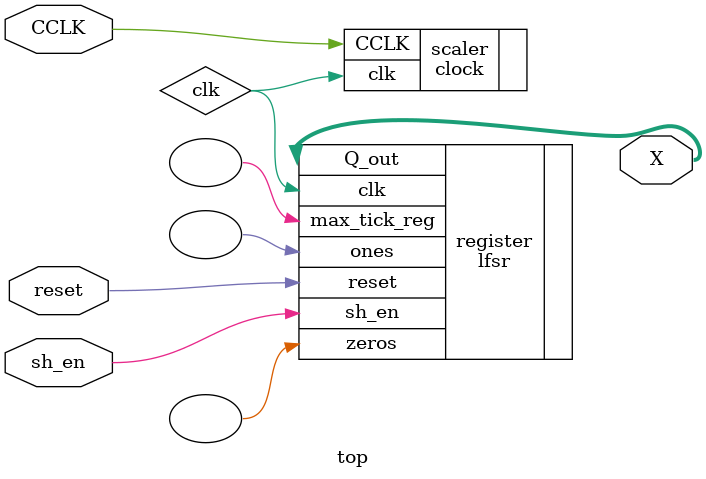
<source format=v>
`timescale 1ns / 1ps

module top(input CCLK, sh_en, reset, output [15:0] X);
    // Scaled clock
    wire clk;
    
    // Scale clock to 1hz
    clock scaler(.CCLK(CCLK), .clk(clk));
    // Connect scaled clock to LFSR and connect Q_out to X
    lfsr register(.clk(clk), .sh_en(sh_en), .reset(reset), .Q_out(X), .ones(), .zeros(), .max_tick_reg());
endmodule

</source>
